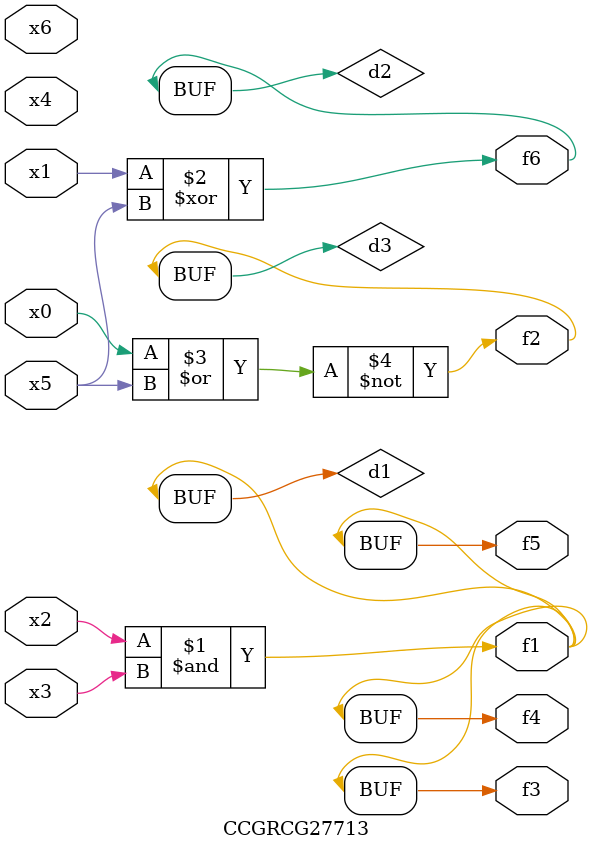
<source format=v>
module CCGRCG27713(
	input x0, x1, x2, x3, x4, x5, x6,
	output f1, f2, f3, f4, f5, f6
);

	wire d1, d2, d3;

	and (d1, x2, x3);
	xor (d2, x1, x5);
	nor (d3, x0, x5);
	assign f1 = d1;
	assign f2 = d3;
	assign f3 = d1;
	assign f4 = d1;
	assign f5 = d1;
	assign f6 = d2;
endmodule

</source>
